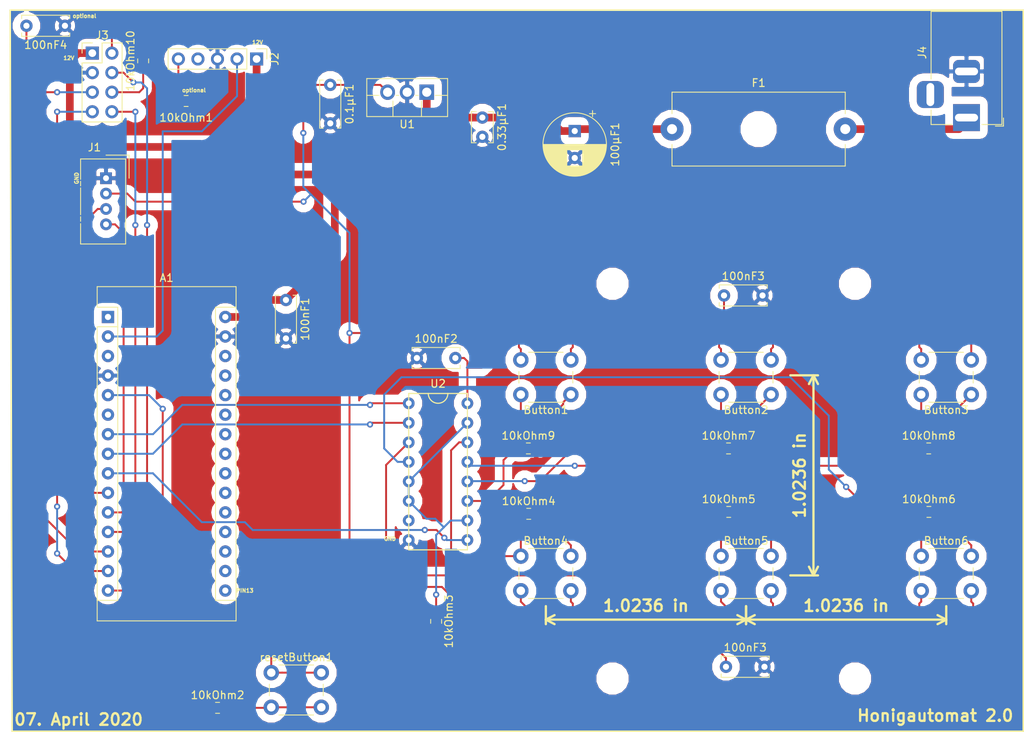
<source format=kicad_pcb>
(kicad_pcb (version 20171130) (host pcbnew "(5.0.2)-1")
  (layers (0 F.Cu signal) (31 B.Cu signal) (34 B.Paste user) (35 F.Paste user) (36 B.SilkS user) (37 F.SilkS user) (38 B.Mask user) (39 F.Mask user) (44 Edge.Cuts user))
  (net 0 "")
  (net 1 GND)
  (net 2 +5V)
  (net 3 +12V)
  (net 4 "Net-(10kOhm1-Pad2)")
  (net 5 "Net-(10kOhm2-Pad2)")
  (net 6 "Net-(10kOhm3-Pad1)")
  (net 7 "Net-(10kOhm4-Pad1)")
  (net 8 "Net-(10kOhm5-Pad1)")
  (net 9 "Net-(10kOhm6-Pad1)")
  (net 10 "Net-(10kOhm7-Pad1)")
  (net 11 "Net-(10kOhm8-Pad1)")
  (net 12 "Net-(10kOhm9-Pad1)")
  (net 13 "Net-(A1-Pad1)")
  (net 14 "Net-(A1-Pad17)")
  (net 15 "Net-(A1-Pad18)")
  (net 16 "Net-(A1-Pad3)")
  (net 17 "Net-(A1-Pad19)")
  (net 18 "Net-(A1-Pad20)")
  (net 19 "Net-(A1-Pad21)")
  (net 20 "Net-(A1-Pad22)")
  (net 21 "Net-(A1-Pad23)")
  (net 22 "Net-(A1-Pad24)")
  (net 23 "Net-(A1-Pad25)")
  (net 24 "Net-(A1-Pad26)")
  (net 25 "Net-(A1-Pad27)")
  (net 26 "Net-(A1-Pad28)")
  (net 27 "Net-(J2-Pad4)")
  (net 28 "Net-(U2-Pad7)")
  (net 29 /12VFused)
  (net 30 /doorRCLK)
  (net 31 "Net-(10kOhm10-Pad1)")
  (net 32 /CoinSerial)
  (net 33 "Net-(A1-Pad6)")
  (net 34 /PISO_SL)
  (net 35 /PISOClock)
  (net 36 /PISOOutput)
  (net 37 /segmentSignal)
  (net 38 /segmentClock)
  (net 39 /doorSER)
  (net 40 /doorSRCLK)
  (net 41 /doorOE)
  (net 42 "Net-(A1-Pad16)")
  (module MountingHole:MountingHole_2.2mm_M2_ISO14580 (layer F.Cu) (at 168.656 120.904)
    (fp_text reference "" (at 0 -2.9) (layer F.SilkS))
    (fp_text value MountingHole_2.2mm_M2_ISO14580)
    (pad 1 np_thru_hole circle (at 0 0) (size 2.2 2.2) (drill 2.2) (layers *.Cu *.Mask))
  )
  (module MountingHole:MountingHole_2.2mm_M2_ISO14580 (layer F.Cu) (at 137.16 120.904)
    (fp_text reference "" (at 0 -2.9) (layer F.SilkS))
    (fp_text value MountingHole_2.2mm_M2_ISO14580)
    (pad 1 np_thru_hole circle (at 0 0) (size 2.2 2.2) (drill 2.2) (layers *.Cu *.Mask))
  )
  (module MountingHole:MountingHole_2.2mm_M2_ISO14580 (layer F.Cu) (at 137.16 69.596)
    (fp_text reference "" (at 0 -2.9) (layer F.SilkS))
    (fp_text value MountingHole_2.2mm_M2_ISO14580)
    (pad "" np_thru_hole circle (at 0 0) (size 2.2 2.2) (drill 2.2) (layers *.Cu *.Mask))
  )
  (module Capacitor_THT:C_Disc_D6.0mm_W2.5mm_P5.00mm (layer F.Cu) (at 151.892 119.38)
    (fp_text reference 100nF3 (at 2.5 -2.5) (layer F.SilkS))
    (fp_text value ButtonC)
    (pad 2 thru_hole circle (at 5 0) (size 1.6 1.6) (drill 0.8) (layers *.Cu *.Mask) (net 1 GND))
    (pad 1 thru_hole circle (at 0 0) (size 1.6 1.6) (drill 0.8) (layers *.Cu *.Mask) (net 2 +5V))
  )
  (module Customs:74HC165 (layer F.Cu) (at 114.5 92.75)
    (fp_text reference U2 (at 0 -10.16) (layer F.SilkS))
    (fp_text value 74HC165)
    (pad 1 thru_hole circle (at -3.81 -7.62) (size 1.524 1.524) (drill 0.762) (layers *.Cu *.Mask) (net 34 /PISO_SL))
    (pad 2 thru_hole circle (at -3.81 -5.08) (size 1.524 1.524) (drill 0.762) (layers *.Cu *.Mask) (net 35 /PISOClock))
    (pad 3 thru_hole circle (at -3.81 -2.54) (size 1.524 1.524) (drill 0.762) (layers *.Cu *.Mask) (net 8 "Net-(10kOhm5-Pad1)"))
    (pad 4 thru_hole circle (at -3.81 0) (size 1.524 1.524) (drill 0.762) (layers *.Cu *.Mask) (net 9 "Net-(10kOhm6-Pad1)"))
    (pad 5 thru_hole circle (at -3.81 2.54) (size 1.524 1.524) (drill 0.762) (layers *.Cu *.Mask) (net 6 "Net-(10kOhm3-Pad1)"))
    (pad 6 thru_hole circle (at -3.81 5.08) (size 1.524 1.524) (drill 0.762) (layers *.Cu *.Mask) (net 6 "Net-(10kOhm3-Pad1)"))
    (pad 7 thru_hole circle (at -3.81 7.62) (size 1.524 1.524) (drill 0.762) (layers *.Cu *.Mask) (net 28 "Net-(U2-Pad7)"))
    (pad 8 thru_hole circle (at -3.81 10.16) (size 1.524 1.524) (drill 0.762) (layers *.Cu *.Mask) (net 1 GND))
    (pad 16 thru_hole circle (at 3.81 -7.62) (size 1.524 1.524) (drill 0.762) (layers *.Cu *.Mask) (net 2 +5V))
    (pad 15 thru_hole circle (at 3.81 -5.08) (size 1.524 1.524) (drill 0.762) (layers *.Cu *.Mask) (net 6 "Net-(10kOhm3-Pad1)"))
    (pad 14 thru_hole circle (at 3.81 -2.54) (size 1.524 1.524) (drill 0.762) (layers *.Cu *.Mask) (net 7 "Net-(10kOhm4-Pad1)"))
    (pad 13 thru_hole circle (at 3.81 0) (size 1.524 1.524) (drill 0.762) (layers *.Cu *.Mask) (net 11 "Net-(10kOhm8-Pad1)"))
    (pad 12 thru_hole circle (at 3.81 2.54) (size 1.524 1.524) (drill 0.762) (layers *.Cu *.Mask) (net 10 "Net-(10kOhm7-Pad1)"))
    (pad 11 thru_hole circle (at 3.81 5.08) (size 1.524 1.524) (drill 0.762) (layers *.Cu *.Mask) (net 12 "Net-(10kOhm9-Pad1)"))
    (pad 10 thru_hole circle (at 3.81 7.62) (size 1.524 1.524) (drill 0.762) (layers *.Cu *.Mask) (net 6 "Net-(10kOhm3-Pad1)"))
    (pad 9 thru_hole circle (at 3.81 10.16) (size 1.524 1.524) (drill 0.762) (layers *.Cu *.Mask) (net 36 /PISOOutput))
  )
  (module Capacitor_THT:C_Disc_D6.0mm_W2.5mm_P5.00mm (layer F.Cu) (at 100.5 43.75 270)
    (fp_text reference 0.1µF1 (at 2.5 -2.5 270) (layer F.SilkS))
    (fp_text value VR3)
    (pad 2 thru_hole circle (at 5 0 270) (size 1.6 1.6) (drill 0.8) (layers *.Cu *.Mask) (net 1 GND))
    (pad 1 thru_hole circle (at 0 0 270) (size 1.6 1.6) (drill 0.8) (layers *.Cu *.Mask) (net 2 +5V))
  )
  (module Capacitor_THT:C_Disc_D3.8mm_W2.6mm_P2.50mm (layer F.Cu) (at 120.25 48 270)
    (fp_text reference 0.33µF1 (at 1.25 -2.55 270) (layer F.SilkS))
    (fp_text value VR2)
    (pad 1 thru_hole circle (at 0 0 270) (size 1.6 1.6) (drill 0.8) (layers *.Cu *.Mask) (net 29 /12VFused))
    (pad 2 thru_hole circle (at 2.5 0 270) (size 1.6 1.6) (drill 0.8) (layers *.Cu *.Mask) (net 1 GND))
  )
  (module Capacitor_THT:C_Disc_D6.0mm_W2.5mm_P5.00mm (layer F.Cu) (at 94.742 71.708 270)
    (fp_text reference 100nF1 (at 2.5 -2.5 270) (layer F.SilkS))
    (fp_text value ArduinoDecouple)
    (pad 1 thru_hole circle (at 0 0 270) (size 1.6 1.6) (drill 0.8) (layers *.Cu *.Mask) (net 29 /12VFused))
    (pad 2 thru_hole circle (at 5 0 270) (size 1.6 1.6) (drill 0.8) (layers *.Cu *.Mask) (net 1 GND))
  )
  (module Capacitor_THT:C_Disc_D6.0mm_W2.5mm_P5.00mm (layer F.Cu) (at 111.75 79.25)
    (fp_text reference 100nF2 (at 2.5 -2.5) (layer F.SilkS))
    (fp_text value ButtonDecouple)
    (pad 1 thru_hole circle (at 0 0) (size 1.6 1.6) (drill 0.8) (layers *.Cu *.Mask) (net 1 GND))
    (pad 2 thru_hole circle (at 5 0) (size 1.6 1.6) (drill 0.8) (layers *.Cu *.Mask) (net 2 +5V))
  )
  (module Capacitor_THT:CP_Radial_D8.0mm_P3.50mm (layer F.Cu) (at 132.25 49.75 270)
    (fp_text reference 100µF1 (at 1.75 -5.25 270) (layer F.SilkS))
    (fp_text value VR1)
    (pad 1 thru_hole rect (at 0 0 270) (size 1.6 1.6) (drill 0.8) (layers *.Cu *.Mask) (net 29 /12VFused))
    (pad 2 thru_hole circle (at 3.5 0 270) (size 1.6 1.6) (drill 0.8) (layers *.Cu *.Mask) (net 1 GND))
  )
  (module Resistor_SMD:R_0805_2012Metric_Pad1.15x1.40mm_HandSolder (layer F.Cu) (at 81.779 45.847 180)
    (fp_text reference 10kOhm1 (at -0.009 -2.159 180) (layer F.SilkS))
    (fp_text value CoinInhibitPullDown)
    (pad 2 smd roundrect (at 1.025 0 180) (size 1.15 1.4) (layers F.Cu F.Paste F.Mask) (roundrect_rratio 0.217391) (net 4 "Net-(10kOhm1-Pad2)"))
    (pad 1 smd roundrect (at -1.025 0 180) (size 1.15 1.4) (layers F.Cu F.Paste F.Mask) (roundrect_rratio 0.217391) (net 1 GND))
  )
  (module Resistor_SMD:R_0805_2012Metric_Pad1.15x1.40mm_HandSolder (layer F.Cu) (at 85.861 124.714)
    (fp_text reference 10kOhm2 (at 0 -1.65) (layer F.SilkS))
    (fp_text value ResetPD)
    (pad 2 smd roundrect (at 1.025 0) (size 1.15 1.4) (layers F.Cu F.Paste F.Mask) (roundrect_rratio 0.217391) (net 5 "Net-(10kOhm2-Pad2)"))
    (pad 1 smd roundrect (at -1.025 0) (size 1.15 1.4) (layers F.Cu F.Paste F.Mask) (roundrect_rratio 0.217391) (net 1 GND))
  )
  (module Resistor_SMD:R_0805_2012Metric_Pad1.15x1.40mm_HandSolder (layer F.Cu) (at 114.25 113.475 270)
    (fp_text reference 10kOhm3 (at 0 -1.65 270) (layer F.SilkS))
    (fp_text value R)
    (pad 1 smd roundrect (at -1.025 0 270) (size 1.15 1.4) (layers F.Cu F.Paste F.Mask) (roundrect_rratio 0.217391) (net 6 "Net-(10kOhm3-Pad1)"))
    (pad 2 smd roundrect (at 1.025 0 270) (size 1.15 1.4) (layers F.Cu F.Paste F.Mask) (roundrect_rratio 0.217391) (net 1 GND))
  )
  (module Resistor_SMD:R_0805_2012Metric_Pad1.15x1.40mm_HandSolder (layer F.Cu) (at 126.275 99.5)
    (fp_text reference 10kOhm4 (at 0 -1.65) (layer F.SilkS))
    (fp_text value ButtonR4)
    (pad 1 smd roundrect (at -1.025 0) (size 1.15 1.4) (layers F.Cu F.Paste F.Mask) (roundrect_rratio 0.217391) (net 7 "Net-(10kOhm4-Pad1)"))
    (pad 2 smd roundrect (at 1.025 0) (size 1.15 1.4) (layers F.Cu F.Paste F.Mask) (roundrect_rratio 0.217391) (net 1 GND))
  )
  (module Resistor_SMD:R_0805_2012Metric_Pad1.15x1.40mm_HandSolder (layer F.Cu) (at 152.25 99.25)
    (fp_text reference 10kOhm5 (at 0 -1.65) (layer F.SilkS))
    (fp_text value ButtonR5)
    (pad 1 smd roundrect (at -1.025 0) (size 1.15 1.4) (layers F.Cu F.Paste F.Mask) (roundrect_rratio 0.217391) (net 8 "Net-(10kOhm5-Pad1)"))
    (pad 2 smd roundrect (at 1.025 0) (size 1.15 1.4) (layers F.Cu F.Paste F.Mask) (roundrect_rratio 0.217391) (net 1 GND))
  )
  (module Resistor_SMD:R_0805_2012Metric_Pad1.15x1.40mm_HandSolder (layer F.Cu) (at 178.25 99.25)
    (fp_text reference 10kOhm6 (at 0 -1.65) (layer F.SilkS))
    (fp_text value ButtonR6)
    (pad 2 smd roundrect (at 1.025 0) (size 1.15 1.4) (layers F.Cu F.Paste F.Mask) (roundrect_rratio 0.217391) (net 1 GND))
    (pad 1 smd roundrect (at -1.025 0) (size 1.15 1.4) (layers F.Cu F.Paste F.Mask) (roundrect_rratio 0.217391) (net 9 "Net-(10kOhm6-Pad1)"))
  )
  (module Resistor_SMD:R_0805_2012Metric_Pad1.15x1.40mm_HandSolder (layer F.Cu) (at 152.225 91)
    (fp_text reference 10kOhm7 (at 0 -1.65) (layer F.SilkS))
    (fp_text value ButtonR2)
    (pad 1 smd roundrect (at -1.025 0) (size 1.15 1.4) (layers F.Cu F.Paste F.Mask) (roundrect_rratio 0.217391) (net 10 "Net-(10kOhm7-Pad1)"))
    (pad 2 smd roundrect (at 1.025 0) (size 1.15 1.4) (layers F.Cu F.Paste F.Mask) (roundrect_rratio 0.217391) (net 1 GND))
  )
  (module Resistor_SMD:R_0805_2012Metric_Pad1.15x1.40mm_HandSolder (layer F.Cu) (at 178.225 91)
    (fp_text reference 10kOhm8 (at 0 -1.65) (layer F.SilkS))
    (fp_text value ButtonR3)
    (pad 2 smd roundrect (at 1.025 0) (size 1.15 1.4) (layers F.Cu F.Paste F.Mask) (roundrect_rratio 0.217391) (net 1 GND))
    (pad 1 smd roundrect (at -1.025 0) (size 1.15 1.4) (layers F.Cu F.Paste F.Mask) (roundrect_rratio 0.217391) (net 11 "Net-(10kOhm8-Pad1)"))
  )
  (module Resistor_SMD:R_0805_2012Metric_Pad1.15x1.40mm_HandSolder (layer F.Cu) (at 126.225 91)
    (fp_text reference 10kOhm9 (at 0 -1.65) (layer F.SilkS))
    (fp_text value ButtonR1)
    (pad 1 smd roundrect (at -1.025 0) (size 1.15 1.4) (layers F.Cu F.Paste F.Mask) (roundrect_rratio 0.217391) (net 12 "Net-(10kOhm9-Pad1)"))
    (pad 2 smd roundrect (at 1.025 0) (size 1.15 1.4) (layers F.Cu F.Paste F.Mask) (roundrect_rratio 0.217391) (net 1 GND))
  )
  (module Module:Arduino_Nano (layer F.Cu) (at 71.628 73.914)
    (fp_text reference A1 (at 7.62 -5.08) (layer F.SilkS))
    (fp_text value Arduino_Nano_v3.x)
    (pad 1 thru_hole rect (at 0 0) (size 1.6 1.6) (drill 0.8) (layers *.Cu *.Mask) (net 13 "Net-(A1-Pad1)"))
    (pad 17 thru_hole oval (at 15.24 33.02) (size 1.6 1.6) (drill 0.8) (layers *.Cu *.Mask) (net 14 "Net-(A1-Pad17)"))
    (pad 2 thru_hole oval (at 0 2.54) (size 1.6 1.6) (drill 0.8) (layers *.Cu *.Mask) (net 32 /CoinSerial))
    (pad 18 thru_hole oval (at 15.24 30.48) (size 1.6 1.6) (drill 0.8) (layers *.Cu *.Mask) (net 15 "Net-(A1-Pad18)"))
    (pad 3 thru_hole oval (at 0 5.08) (size 1.6 1.6) (drill 0.8) (layers *.Cu *.Mask) (net 16 "Net-(A1-Pad3)"))
    (pad 19 thru_hole oval (at 15.24 27.94) (size 1.6 1.6) (drill 0.8) (layers *.Cu *.Mask) (net 17 "Net-(A1-Pad19)"))
    (pad 4 thru_hole oval (at 0 7.62) (size 1.6 1.6) (drill 0.8) (layers *.Cu *.Mask) (net 1 GND))
    (pad 20 thru_hole oval (at 15.24 25.4) (size 1.6 1.6) (drill 0.8) (layers *.Cu *.Mask) (net 18 "Net-(A1-Pad20)"))
    (pad 5 thru_hole oval (at 0 10.16) (size 1.6 1.6) (drill 0.8) (layers *.Cu *.Mask) (net 5 "Net-(10kOhm2-Pad2)"))
    (pad 21 thru_hole oval (at 15.24 22.86) (size 1.6 1.6) (drill 0.8) (layers *.Cu *.Mask) (net 19 "Net-(A1-Pad21)"))
    (pad 6 thru_hole oval (at 0 12.7) (size 1.6 1.6) (drill 0.8) (layers *.Cu *.Mask) (net 33 "Net-(A1-Pad6)"))
    (pad 22 thru_hole oval (at 15.24 20.32) (size 1.6 1.6) (drill 0.8) (layers *.Cu *.Mask) (net 20 "Net-(A1-Pad22)"))
    (pad 7 thru_hole oval (at 0 15.24) (size 1.6 1.6) (drill 0.8) (layers *.Cu *.Mask) (net 34 /PISO_SL))
    (pad 23 thru_hole oval (at 15.24 17.78) (size 1.6 1.6) (drill 0.8) (layers *.Cu *.Mask) (net 21 "Net-(A1-Pad23)"))
    (pad 8 thru_hole oval (at 0 17.78) (size 1.6 1.6) (drill 0.8) (layers *.Cu *.Mask) (net 35 /PISOClock))
    (pad 24 thru_hole oval (at 15.24 15.24) (size 1.6 1.6) (drill 0.8) (layers *.Cu *.Mask) (net 22 "Net-(A1-Pad24)"))
    (pad 9 thru_hole oval (at 0 20.32) (size 1.6 1.6) (drill 0.8) (layers *.Cu *.Mask) (net 36 /PISOOutput))
    (pad 25 thru_hole oval (at 15.24 12.7) (size 1.6 1.6) (drill 0.8) (layers *.Cu *.Mask) (net 23 "Net-(A1-Pad25)"))
    (pad 10 thru_hole oval (at 0 22.86) (size 1.6 1.6) (drill 0.8) (layers *.Cu *.Mask) (net 37 /segmentSignal))
    (pad 26 thru_hole oval (at 15.24 10.16) (size 1.6 1.6) (drill 0.8) (layers *.Cu *.Mask) (net 24 "Net-(A1-Pad26)"))
    (pad 11 thru_hole oval (at 0 25.4) (size 1.6 1.6) (drill 0.8) (layers *.Cu *.Mask) (net 38 /segmentClock))
    (pad 27 thru_hole oval (at 15.24 7.62) (size 1.6 1.6) (drill 0.8) (layers *.Cu *.Mask) (net 25 "Net-(A1-Pad27)"))
    (pad 12 thru_hole oval (at 0 27.94) (size 1.6 1.6) (drill 0.8) (layers *.Cu *.Mask) (net 39 /doorSER))
    (pad 28 thru_hole oval (at 15.24 5.08) (size 1.6 1.6) (drill 0.8) (layers *.Cu *.Mask) (net 26 "Net-(A1-Pad28)"))
    (pad 13 thru_hole oval (at 0 30.48) (size 1.6 1.6) (drill 0.8) (layers *.Cu *.Mask) (net 30 /doorRCLK))
    (pad 29 thru_hole oval (at 15.24 2.54) (size 1.6 1.6) (drill 0.8) (layers *.Cu *.Mask) (net 1 GND))
    (pad 14 thru_hole oval (at 0 33.02) (size 1.6 1.6) (drill 0.8) (layers *.Cu *.Mask) (net 40 /doorSRCLK))
    (pad 30 thru_hole oval (at 15.24 0) (size 1.6 1.6) (drill 0.8) (layers *.Cu *.Mask) (net 29 /12VFused))
    (pad 15 thru_hole oval (at 0 35.56) (size 1.6 1.6) (drill 0.8) (layers *.Cu *.Mask) (net 41 /doorOE))
    (pad 16 thru_hole oval (at 15.24 35.56) (size 1.6 1.6) (drill 0.8) (layers *.Cu *.Mask) (net 42 "Net-(A1-Pad16)"))
  )
  (module Button_Switch_THT:SW_PUSH_6mm_H9.5mm (layer F.Cu) (at 131.75 84 180)
    (fp_text reference Button1 (at 3.25 -2 180) (layer F.SilkS))
    (fp_text value SW_DPST_x2)
    (pad 2 thru_hole circle (at 0 4.5 270) (size 2 2) (drill 1.1) (layers *.Cu *.Mask) (net 2 +5V))
    (pad 1 thru_hole circle (at 0 0 270) (size 2 2) (drill 1.1) (layers *.Cu *.Mask) (net 12 "Net-(10kOhm9-Pad1)"))
    (pad 2 thru_hole circle (at 6.5 4.5 270) (size 2 2) (drill 1.1) (layers *.Cu *.Mask) (net 2 +5V))
    (pad 1 thru_hole circle (at 6.5 0 270) (size 2 2) (drill 1.1) (layers *.Cu *.Mask) (net 12 "Net-(10kOhm9-Pad1)"))
  )
  (module Button_Switch_THT:SW_PUSH_6mm_H9.5mm (layer F.Cu) (at 157.75 84 180)
    (fp_text reference Button2 (at 3.25 -2 180) (layer F.SilkS))
    (fp_text value SW_DPST_x2)
    (pad 1 thru_hole circle (at 6.5 0 270) (size 2 2) (drill 1.1) (layers *.Cu *.Mask) (net 10 "Net-(10kOhm7-Pad1)"))
    (pad 2 thru_hole circle (at 6.5 4.5 270) (size 2 2) (drill 1.1) (layers *.Cu *.Mask) (net 2 +5V))
    (pad 1 thru_hole circle (at 0 0 270) (size 2 2) (drill 1.1) (layers *.Cu *.Mask) (net 10 "Net-(10kOhm7-Pad1)"))
    (pad 2 thru_hole circle (at 0 4.5 270) (size 2 2) (drill 1.1) (layers *.Cu *.Mask) (net 2 +5V))
  )
  (module Button_Switch_THT:SW_PUSH_6mm_H9.5mm (layer F.Cu) (at 183.75 84 180)
    (fp_text reference Button3 (at 3.25 -2 180) (layer F.SilkS))
    (fp_text value SW_DPST_x2)
    (pad 2 thru_hole circle (at 0 4.5 270) (size 2 2) (drill 1.1) (layers *.Cu *.Mask) (net 2 +5V))
    (pad 1 thru_hole circle (at 0 0 270) (size 2 2) (drill 1.1) (layers *.Cu *.Mask) (net 11 "Net-(10kOhm8-Pad1)"))
    (pad 2 thru_hole circle (at 6.5 4.5 270) (size 2 2) (drill 1.1) (layers *.Cu *.Mask) (net 2 +5V))
    (pad 1 thru_hole circle (at 6.5 0 270) (size 2 2) (drill 1.1) (layers *.Cu *.Mask) (net 11 "Net-(10kOhm8-Pad1)"))
  )
  (module Button_Switch_THT:SW_PUSH_6mm_H9.5mm (layer F.Cu) (at 125.25 105)
    (fp_text reference Button4 (at 3.25 -2) (layer F.SilkS))
    (fp_text value SW_DPST_x2)
    (pad 1 thru_hole circle (at 6.5 0 90) (size 2 2) (drill 1.1) (layers *.Cu *.Mask) (net 7 "Net-(10kOhm4-Pad1)"))
    (pad 2 thru_hole circle (at 6.5 4.5 90) (size 2 2) (drill 1.1) (layers *.Cu *.Mask) (net 2 +5V))
    (pad 1 thru_hole circle (at 0 0 90) (size 2 2) (drill 1.1) (layers *.Cu *.Mask) (net 7 "Net-(10kOhm4-Pad1)"))
    (pad 2 thru_hole circle (at 0 4.5 90) (size 2 2) (drill 1.1) (layers *.Cu *.Mask) (net 2 +5V))
  )
  (module Button_Switch_THT:SW_PUSH_6mm_H9.5mm (layer F.Cu) (at 151.25 105)
    (fp_text reference Button5 (at 3.25 -2) (layer F.SilkS))
    (fp_text value SW_DPST_x2)
    (pad 2 thru_hole circle (at 0 4.5 90) (size 2 2) (drill 1.1) (layers *.Cu *.Mask) (net 2 +5V))
    (pad 1 thru_hole circle (at 0 0 90) (size 2 2) (drill 1.1) (layers *.Cu *.Mask) (net 8 "Net-(10kOhm5-Pad1)"))
    (pad 2 thru_hole circle (at 6.5 4.5 90) (size 2 2) (drill 1.1) (layers *.Cu *.Mask) (net 2 +5V))
    (pad 1 thru_hole circle (at 6.5 0 90) (size 2 2) (drill 1.1) (layers *.Cu *.Mask) (net 8 "Net-(10kOhm5-Pad1)"))
  )
  (module Button_Switch_THT:SW_PUSH_6mm_H9.5mm (layer F.Cu) (at 177.25 105)
    (fp_text reference Button6 (at 3.25 -2) (layer F.SilkS))
    (fp_text value SW_DPST_x2)
    (pad 2 thru_hole circle (at 0 4.5 90) (size 2 2) (drill 1.1) (layers *.Cu *.Mask) (net 2 +5V))
    (pad 1 thru_hole circle (at 0 0 90) (size 2 2) (drill 1.1) (layers *.Cu *.Mask) (net 9 "Net-(10kOhm6-Pad1)"))
    (pad 2 thru_hole circle (at 6.5 4.5 90) (size 2 2) (drill 1.1) (layers *.Cu *.Mask) (net 2 +5V))
    (pad 1 thru_hole circle (at 6.5 0 90) (size 2 2) (drill 1.1) (layers *.Cu *.Mask) (net 9 "Net-(10kOhm6-Pad1)"))
  )
  (module Fuse:Fuseholder_Cylinder-5x20mm_Schurter_0031_8201_Horizontal_Open (layer F.Cu) (at 144.886 49.5)
    (fp_text reference F1 (at 11.25 -6) (layer F.SilkS))
    (fp_text value Fuse)
    (pad 1 thru_hole circle (at 0 0) (size 3 3) (drill 1.3) (layers *.Cu *.Mask) (net 29 /12VFused))
    (pad 2 thru_hole circle (at 22.5 0) (size 3 3) (drill 1.3) (layers *.Cu *.Mask) (net 3 +12V))
    (pad "" np_thru_hole circle (at 11.25 0) (size 2.7 2.7) (drill 2.7) (layers *.Cu *.Mask))
  )
  (module Connector:NS-Tech_Grove_1x04_P2mm_Vertical (layer F.Cu) (at 71.374 55.88)
    (fp_text reference J1 (at -1.5 -4) (layer F.SilkS))
    (fp_text value SegmentPins)
    (pad 1 thru_hole rect (at 0 0) (size 1.524 1.524) (drill 0.762) (layers *.Cu *.Mask) (net 1 GND))
    (pad 2 thru_hole circle (at 0 2) (size 1.524 1.524) (drill 0.762) (layers *.Cu *.Mask) (net 2 +5V))
    (pad 3 thru_hole circle (at 0 4) (size 1.524 1.524) (drill 0.762) (layers *.Cu *.Mask) (net 37 /segmentSignal))
    (pad 4 thru_hole circle (at 0 6) (size 1.524 1.524) (drill 0.762) (layers *.Cu *.Mask) (net 38 /segmentClock))
  )
  (module Button_Switch_THT:SW_PUSH_6mm_H9.5mm (layer F.Cu) (at 92.837 120.142)
    (fp_text reference resetButton1 (at 3.25 -2) (layer F.SilkS))
    (fp_text value SW_DPST_x2)
    (pad 1 thru_hole circle (at 6.5 0 90) (size 2 2) (drill 1.1) (layers *.Cu *.Mask) (net 2 +5V))
    (pad 2 thru_hole circle (at 6.5 4.5 90) (size 2 2) (drill 1.1) (layers *.Cu *.Mask) (net 5 "Net-(10kOhm2-Pad2)"))
    (pad 1 thru_hole circle (at 0 0 90) (size 2 2) (drill 1.1) (layers *.Cu *.Mask) (net 2 +5V))
    (pad 2 thru_hole circle (at 0 4.5 90) (size 2 2) (drill 1.1) (layers *.Cu *.Mask) (net 5 "Net-(10kOhm2-Pad2)"))
  )
  (module Capacitor_THT:C_Disc_D6.0mm_W2.5mm_P5.00mm (layer F.Cu) (at 151.638 71.12)
    (fp_text reference 100nF3 (at 2.5 -2.5) (layer F.SilkS))
    (fp_text value ButtonC)
    (pad 1 thru_hole circle (at 0 0) (size 1.6 1.6) (drill 0.8) (layers *.Cu *.Mask) (net 2 +5V))
    (pad 2 thru_hole circle (at 5 0) (size 1.6 1.6) (drill 0.8) (layers *.Cu *.Mask) (net 1 GND))
  )
  (module Capacitor_THT:C_Disc_D6.0mm_W2.5mm_P5.00mm (layer F.Cu) (at 66.04 36.068 180)
    (fp_text reference 100nF4 (at 2.5 -2.5 180) (layer F.SilkS))
    (fp_text value RCLKAntiFlicker)
    (pad 1 thru_hole circle (at 0 0 180) (size 1.6 1.6) (drill 0.8) (layers *.Cu *.Mask) (net 1 GND))
    (pad 2 thru_hole circle (at 5 0 180) (size 1.6 1.6) (drill 0.8) (layers *.Cu *.Mask) (net 30 /doorRCLK))
  )
  (module Resistor_SMD:R_0805_2012Metric_Pad1.15x1.40mm_HandSolder (layer F.Cu) (at 76.2 40.631 90)
    (fp_text reference 10kOhm10 (at 0 -1.65 90) (layer F.SilkS))
    (fp_text value DoorClearPullUp)
    (pad 1 smd roundrect (at -1.025 0 90) (size 1.15 1.4) (layers F.Cu F.Paste F.Mask) (roundrect_rratio 0.217391) (net 31 "Net-(10kOhm10-Pad1)"))
    (pad 2 smd roundrect (at 1.025 0 90) (size 1.15 1.4) (layers F.Cu F.Paste F.Mask) (roundrect_rratio 0.217391) (net 2 +5V))
  )
  (module Connector_PinHeader_2.54mm:PinHeader_2x04_P2.54mm_Vertical (layer F.Cu) (at 69.596 39.624)
    (fp_text reference J3 (at 1.27 -2.33) (layer F.SilkS))
    (fp_text value ConnToDoors)
    (pad 1 thru_hole rect (at 0 0) (size 1.7 1.7) (drill 1) (layers *.Cu *.Mask) (net 29 /12VFused))
    (pad 2 thru_hole oval (at 2.54 0) (size 1.7 1.7) (drill 1) (layers *.Cu *.Mask) (net 2 +5V))
    (pad 3 thru_hole oval (at 0 2.54) (size 1.7 1.7) (drill 1) (layers *.Cu *.Mask) (net 1 GND))
    (pad 4 thru_hole oval (at 2.54 2.54) (size 1.7 1.7) (drill 1) (layers *.Cu *.Mask) (net 41 /doorOE))
    (pad 5 thru_hole oval (at 0 5.08) (size 1.7 1.7) (drill 1) (layers *.Cu *.Mask) (net 30 /doorRCLK))
    (pad 6 thru_hole oval (at 2.54 5.08) (size 1.7 1.7) (drill 1) (layers *.Cu *.Mask) (net 31 "Net-(10kOhm10-Pad1)"))
    (pad 7 thru_hole oval (at 0 7.62) (size 1.7 1.7) (drill 1) (layers *.Cu *.Mask) (net 40 /doorSRCLK))
    (pad 8 thru_hole oval (at 2.54 7.62) (size 1.7 1.7) (drill 1) (layers *.Cu *.Mask) (net 39 /doorSER))
  )
  (module Connector_PinHeader_2.54mm:PinHeader_1x05_P2.54mm_Vertical (layer F.Cu) (at 90.932 40.386 270)
    (fp_text reference J2 (at 0 -2.33 270) (layer F.SilkS))
    (fp_text value CoinPins)
    (pad 1 thru_hole rect (at 0 0 270) (size 1.7 1.7) (drill 1) (layers *.Cu *.Mask) (net 29 /12VFused))
    (pad 2 thru_hole oval (at 0 2.54 270) (size 1.7 1.7) (drill 1) (layers *.Cu *.Mask) (net 32 /CoinSerial))
    (pad 3 thru_hole oval (at 0 5.08 270) (size 1.7 1.7) (drill 1) (layers *.Cu *.Mask) (net 1 GND))
    (pad 4 thru_hole oval (at 0 7.62 270) (size 1.7 1.7) (drill 1) (layers *.Cu *.Mask) (net 27 "Net-(J2-Pad4)"))
    (pad 5 thru_hole oval (at 0 10.16 270) (size 1.7 1.7) (drill 1) (layers *.Cu *.Mask) (net 4 "Net-(10kOhm1-Pad2)"))
  )
  (module Package_TO_SOT_THT:TO-220F-3_Vertical (layer F.Cu) (at 113.03 44.704 180)
    (fp_text reference U1 (at 2.54 -4.1675 180) (layer F.SilkS))
    (fp_text value L7805)
    (pad 1 thru_hole rect (at 0 0 180) (size 1.905 2) (drill 1.2) (layers *.Cu *.Mask) (net 29 /12VFused))
    (pad 2 thru_hole oval (at 2.54 0 180) (size 1.905 2) (drill 1.2) (layers *.Cu *.Mask) (net 1 GND))
    (pad 3 thru_hole oval (at 5.08 0 180) (size 1.905 2) (drill 1.2) (layers *.Cu *.Mask) (net 2 +5V))
  )
  (module MountingHole:MountingHole_2.2mm_M2_ISO14580 (layer F.Cu) (at 168.656 69.596)
    (fp_text reference "" (at 0 -2.9) (layer F.SilkS))
    (fp_text value MountingHole_2.2mm_M2_ISO14580)
    (pad 1 np_thru_hole circle (at 0 0) (size 2.2 2.2) (drill 2.2) (layers *.Cu *.Mask))
  )
  (module Connector_BarrelJack:BarrelJack_Horizontal (layer F.Cu) (at 183.134 48.006 270)
    (fp_text reference J4 (at -8.45 5.75 270) (layer F.SilkS))
    (fp_text value "12V Power")
    (pad 1 thru_hole rect (at 0 0 270) (size 3.5 3.5) (drill oval 1 3) (layers *.Cu *.Mask) (net 3 +12V))
    (pad 2 thru_hole roundrect (at -6 0 270) (size 3 3.5) (drill oval 1 3) (layers *.Cu *.Mask) (net 1 GND))
    (pad 3 thru_hole roundrect (at -3 4.7 270) (size 3.5 3.5) (drill oval 3 1) (layers *.Cu *.Mask))
  )
  (gr_text "07. April 2020" (at 67.818 126.238) (layer F.SilkS) (effects (font (size 1.5 1.5) (thickness 0.3))))
  (gr_text "Honigautomat 2.0" (at 179.07 125.73) (layer F.SilkS) (effects (font (size 1.5 1.5) (thickness 0.3))))
  (gr_text optional (at 68.58 34.798) (layer F.SilkS) (effects (font (size 0.5 0.5) (thickness 0.125))))
  (gr_text optional (at 82.804 44.45) (layer F.SilkS) (effects (font (size 0.5 0.5) (thickness 0.125))))
  (dimension 26 (width 0.3) (layer F.SilkS) (gr_text "26,000 mm" (at 165.355756 94.5 270) (layer F.SilkS) (effects (font (size 1.5 1.5) (thickness 0.3)))) (feature1 (pts (xy 160.255756 107.5) (xy 163.842177 107.5))) (feature2 (pts (xy 160.255756 81.5) (xy 163.842177 81.5))) (crossbar (pts (xy 163.255756 81.5) (xy 163.255756 107.5))) (arrow1a (pts (xy 163.255756 107.5) (xy 162.669335 106.373496))) (arrow1b (pts (xy 163.255756 107.5) (xy 163.842177 106.373496))) (arrow2a (pts (xy 163.255756 81.5) (xy 162.669335 82.626504))) (arrow2b (pts (xy 163.255756 81.5) (xy 163.842177 82.626504))))
  (gr_text GND (at 67.564 55.88 90) (layer F.SilkS) (effects (font (size 0.5 0.5) (thickness 0.125))))
  (gr_text 12V (at 91.059 38.227) (layer F.SilkS) (effects (font (size 0.5 0.5) (thickness 0.125))))
  (gr_text 12V (at 66.548 40.259) (layer F.SilkS) (effects (font (size 0.5 0.5) (thickness 0.125))))
  (gr_text PIN13 (at 89.408 109.474) (layer F.SilkS) (effects (font (size 0.5 0.5) (thickness 0.125))))
  (gr_text GND (at 108.25 102.75) (layer F.SilkS) (effects (font (size 0.5 0.5) (thickness 0.125))))
  (gr_line (start 59.182 127.762) (end 58.928 34.036) (layer F.SilkS) (width 0.2))
  (gr_line (start 190.5 127.762) (end 59.182 127.762) (layer F.SilkS) (width 0.2))
  (gr_line (start 190.5 34.036) (end 190.5 127.762) (layer F.SilkS) (width 0.2))
  (gr_line (start 58.928 34.036) (end 190.5 34.036) (layer F.SilkS) (width 0.2))
  (dimension 26 (width 0.3) (layer F.SilkS) (gr_text "26,000 mm" (at 141.5 115.35) (layer F.SilkS) (effects (font (size 1.5 1.5) (thickness 0.3)))) (feature1 (pts (xy 128.5 111.5) (xy 128.5 113.836421))) (feature2 (pts (xy 154.5 111.5) (xy 154.5 113.836421))) (crossbar (pts (xy 154.5 113.25) (xy 128.5 113.25))) (arrow1a (pts (xy 128.5 113.25) (xy 129.626504 112.663579))) (arrow1b (pts (xy 128.5 113.25) (xy 129.626504 113.836421))) (arrow2a (pts (xy 154.5 113.25) (xy 153.373496 112.663579))) (arrow2b (pts (xy 154.5 113.25) (xy 153.373496 113.836421))))
  (dimension 26 (width 0.3) (layer F.SilkS) (gr_text "26,000 mm" (at 167.5 115.35) (layer F.SilkS) (effects (font (size 1.5 1.5) (thickness 0.3)))) (feature1 (pts (xy 154.5 111.5) (xy 154.5 113.836421))) (feature2 (pts (xy 180.5 111.5) (xy 180.5 113.836421))) (crossbar (pts (xy 180.5 113.25) (xy 154.5 113.25))) (arrow1a (pts (xy 154.5 113.25) (xy 155.626504 112.663579))) (arrow1b (pts (xy 154.5 113.25) (xy 155.626504 113.836421))) (arrow2a (pts (xy 180.5 113.25) (xy 179.373496 112.663579))) (arrow2b (pts (xy 180.5 113.25) (xy 179.373496 113.836421))))
  (via (at 97 50) (size 0.8) (drill 0.4) (layers F.Cu B.Cu) (net 2))
  (segment (start 97 43.75) (end 97 50) (width 0.25) (layer F.Cu) (net 2))
  (segment (start 100.5 43.75) (end 97 43.75) (width 0.25) (layer F.Cu) (net 2))
  (segment (start 97 50) (end 97 57) (width 0.25) (layer B.Cu) (net 2))
  (via (at 103 76) (size 0.8) (drill 0.4) (layers F.Cu B.Cu) (net 2))
  (segment (start 103 63) (end 103 76) (width 0.25) (layer B.Cu) (net 2))
  (segment (start 121 115) (end 115 109) (width 0.25) (layer F.Cu) (net 2))
  (segment (start 125 77.835787) (end 125 76) (width 0.25) (layer F.Cu) (net 2))
  (segment (start 125.25 78.085787) (end 125 77.835787) (width 0.25) (layer F.Cu) (net 2))
  (segment (start 125.25 79.5) (end 125.25 78.085787) (width 0.25) (layer F.Cu) (net 2))
  (segment (start 151 77.835787) (end 151 76) (width 0.25) (layer F.Cu) (net 2))
  (segment (start 151.25 78.085787) (end 151 77.835787) (width 0.25) (layer F.Cu) (net 2))
  (segment (start 151.25 79.5) (end 151.25 78.085787) (width 0.25) (layer F.Cu) (net 2))
  (segment (start 177 77.835787) (end 177 76) (width 0.25) (layer F.Cu) (net 2))
  (segment (start 177.25 78.085787) (end 177 77.835787) (width 0.25) (layer F.Cu) (net 2))
  (segment (start 177.25 79.5) (end 177.25 78.085787) (width 0.25) (layer F.Cu) (net 2))
  (segment (start 177 76) (end 185 76) (width 0.25) (layer F.Cu) (net 2))
  (segment (start 131.75 78.085787) (end 132 77.835787) (width 0.25) (layer F.Cu) (net 2))
  (segment (start 131.75 79.5) (end 131.75 78.085787) (width 0.25) (layer F.Cu) (net 2))
  (segment (start 132 77.835787) (end 132 76) (width 0.25) (layer F.Cu) (net 2))
  (segment (start 125 76) (end 132 76) (width 0.25) (layer F.Cu) (net 2))
  (segment (start 132 76) (end 151 76) (width 0.25) (layer F.Cu) (net 2))
  (segment (start 157.75 78.085787) (end 158 77.835787) (width 0.25) (layer F.Cu) (net 2))
  (segment (start 157.75 79.5) (end 157.75 78.085787) (width 0.25) (layer F.Cu) (net 2))
  (segment (start 158 77.835787) (end 158 76) (width 0.25) (layer F.Cu) (net 2))
  (segment (start 158 76) (end 177 76) (width 0.25) (layer F.Cu) (net 2))
  (segment (start 183.75 79.5) (end 183.75 77.25) (width 0.25) (layer F.Cu) (net 2))
  (segment (start 183.75 77.25) (end 185 76) (width 0.25) (layer F.Cu) (net 2))
  (segment (start 183.75 110.914213) (end 184 111.164213) (width 0.25) (layer F.Cu) (net 2))
  (segment (start 183.75 109.5) (end 183.75 110.914213) (width 0.25) (layer F.Cu) (net 2))
  (segment (start 184 111.164213) (end 184 115) (width 0.25) (layer F.Cu) (net 2))
  (segment (start 177 111.164213) (end 177 115) (width 0.25) (layer F.Cu) (net 2))
  (segment (start 177.25 110.914213) (end 177 111.164213) (width 0.25) (layer F.Cu) (net 2))
  (segment (start 177.25 109.5) (end 177.25 110.914213) (width 0.25) (layer F.Cu) (net 2))
  (segment (start 184 115) (end 177 115) (width 0.25) (layer F.Cu) (net 2))
  (segment (start 158 111.164213) (end 158 115) (width 0.25) (layer F.Cu) (net 2))
  (segment (start 157.75 110.914213) (end 158 111.164213) (width 0.25) (layer F.Cu) (net 2))
  (segment (start 157.75 109.5) (end 157.75 110.914213) (width 0.25) (layer F.Cu) (net 2))
  (segment (start 177 115) (end 158 115) (width 0.25) (layer F.Cu) (net 2))
  (segment (start 152 111.664213) (end 152 115) (width 0.25) (layer F.Cu) (net 2))
  (segment (start 151.25 110.914213) (end 152 111.664213) (width 0.25) (layer F.Cu) (net 2))
  (segment (start 151.25 109.5) (end 151.25 110.914213) (width 0.25) (layer F.Cu) (net 2))
  (segment (start 158 115) (end 152 115) (width 0.25) (layer F.Cu) (net 2))
  (segment (start 132 111.164213) (end 132 115) (width 0.25) (layer F.Cu) (net 2))
  (segment (start 131.75 110.914213) (end 132 111.164213) (width 0.25) (layer F.Cu) (net 2))
  (segment (start 131.75 109.5) (end 131.75 110.914213) (width 0.25) (layer F.Cu) (net 2))
  (segment (start 126 111.664213) (end 126 115) (width 0.25) (layer F.Cu) (net 2))
  (segment (start 125.25 110.914213) (end 126 111.664213) (width 0.25) (layer F.Cu) (net 2))
  (segment (start 125.25 109.5) (end 125.25 110.914213) (width 0.25) (layer F.Cu) (net 2))
  (segment (start 132 115) (end 126 115) (width 0.25) (layer F.Cu) (net 2))
  (segment (start 126 115) (end 121 115) (width 0.25) (layer F.Cu) (net 2))
  (segment (start 106.94 108.94) (end 107 109) (width 0.25) (layer F.Cu) (net 2))
  (segment (start 115 109) (end 107 109) (width 0.25) (layer F.Cu) (net 2))
  (segment (start 103 97) (end 103 76) (width 0.25) (layer F.Cu) (net 2))
  (segment (start 103 107) (end 103 97) (width 0.25) (layer F.Cu) (net 2))
  (segment (start 107 109) (end 105 109) (width 0.25) (layer F.Cu) (net 2))
  (segment (start 118.31 84.05237) (end 118.31 85.13) (width 0.25) (layer F.Cu) (net 2))
  (segment (start 117.88137 79.25) (end 118.31 79.67863) (width 0.25) (layer F.Cu) (net 2))
  (segment (start 116.75 79.25) (end 117.88137 79.25) (width 0.25) (layer F.Cu) (net 2))
  (segment (start 105 109) (end 103.632 107.632) (width 0.25) (layer F.Cu) (net 2))
  (segment (start 103.632 107.632) (end 103 107) (width 0.25) (layer F.Cu) (net 2))
  (segment (start 151.638 71.12) (end 151.638 76) (width 0.25) (layer F.Cu) (net 2))
  (segment (start 151 76) (end 151.638 76) (width 0.25) (layer F.Cu) (net 2))
  (segment (start 151.638 76) (end 158 76) (width 0.25) (layer F.Cu) (net 2))
  (segment (start 150.876 117.23263) (end 150.876 115) (width 0.25) (layer F.Cu) (net 2))
  (segment (start 151.892 118.24863) (end 150.876 117.23263) (width 0.25) (layer F.Cu) (net 2))
  (segment (start 151.892 119.38) (end 151.892 118.24863) (width 0.25) (layer F.Cu) (net 2))
  (segment (start 152 115) (end 150.876 115) (width 0.25) (layer F.Cu) (net 2))
  (segment (start 150.876 115) (end 132 115) (width 0.25) (layer F.Cu) (net 2))
  (segment (start 118.31 80.518) (end 120.142 80.518) (width 0.25) (layer F.Cu) (net 2))
  (segment (start 118.31 80.518) (end 118.31 84.05237) (width 0.25) (layer F.Cu) (net 2))
  (segment (start 118.31 79.67863) (end 118.31 80.518) (width 0.25) (layer F.Cu) (net 2))
  (segment (start 120.65 80.01) (end 120.65 76) (width 0.25) (layer F.Cu) (net 2))
  (segment (start 120.142 80.518) (end 120.65 80.01) (width 0.25) (layer F.Cu) (net 2))
  (segment (start 103 76) (end 120.65 76) (width 0.25) (layer F.Cu) (net 2))
  (segment (start 120.65 76) (end 125 76) (width 0.25) (layer F.Cu) (net 2))
  (segment (start 97 43.75) (end 97 38.58) (width 0.25) (layer F.Cu) (net 2))
  (segment (start 97 38.58) (end 96.012 37.592) (width 0.25) (layer F.Cu) (net 2))
  (segment (start 76.2 39.606) (end 76.2 37.592) (width 0.25) (layer F.Cu) (net 2))
  (segment (start 96.012 37.592) (end 76.2 37.592) (width 0.25) (layer F.Cu) (net 2))
  (segment (start 98.044 58.044) (end 97.912 58.044) (width 0.25) (layer B.Cu) (net 2))
  (segment (start 98.044 58.044) (end 103 63) (width 0.25) (layer B.Cu) (net 2))
  (segment (start 97 57) (end 98.044 58.044) (width 0.25) (layer B.Cu) (net 2))
  (segment (start 97.912 58.044) (end 97.028 58.928) (width 0.25) (layer B.Cu) (net 2))
  (via (at 97.028 58.928) (size 0.8) (drill 0.4) (layers F.Cu B.Cu) (net 2))
  (segment (start 97.028 58.928) (end 75.184 58.928) (width 0.25) (layer F.Cu) (net 2))
  (segment (start 74.136 57.88) (end 71.374 57.88) (width 0.25) (layer F.Cu) (net 2))
  (segment (start 75.184 58.928) (end 74.136 57.88) (width 0.25) (layer F.Cu) (net 2))
  (segment (start 94.251213 120.142) (end 99.337 120.142) (width 0.25) (layer F.Cu) (net 2))
  (segment (start 92.837 120.142) (end 94.251213 120.142) (width 0.25) (layer F.Cu) (net 2))
  (segment (start 92.837 115.951) (end 92.837 120.142) (width 0.25) (layer F.Cu) (net 2))
  (segment (start 94.788 114) (end 92.837 115.951) (width 0.25) (layer F.Cu) (net 2))
  (segment (start 96.914213 114) (end 94.788 114) (width 0.25) (layer F.Cu) (net 2))
  (segment (start 103.632 107.632) (end 103.282213 107.632) (width 0.25) (layer F.Cu) (net 2))
  (segment (start 103.282213 107.632) (end 96.914213 114) (width 0.25) (layer F.Cu) (net 2))
  (segment (start 106.996 43.75) (end 107.95 44.704) (width 0.25) (layer F.Cu) (net 2))
  (segment (start 100.5 43.75) (end 106.996 43.75) (width 0.25) (layer F.Cu) (net 2))
  (segment (start 72.136 37.592) (end 72.136 39.624) (width 0.25) (layer F.Cu) (net 2))
  (segment (start 76.2 37.592) (end 72.136 37.592) (width 0.25) (layer F.Cu) (net 2))
  (segment (start 183.134 48.006) (end 183.134 48.514) (width 1) (layer F.Cu) (net 3))
  (segment (start 182.148 49.5) (end 167.386 49.5) (width 1) (layer F.Cu) (net 3))
  (segment (start 183.134 48.514) (end 182.148 49.5) (width 1) (layer F.Cu) (net 3))
  (segment (start 80.772 45.829) (end 80.754 45.847) (width 0.25) (layer F.Cu) (net 4))
  (segment (start 80.772 40.386) (end 80.772 45.829) (width 0.25) (layer F.Cu) (net 4))
  (segment (start 86.886 124.714) (end 86.886 122.446) (width 0.25) (layer F.Cu) (net 5))
  (via (at 78.74 85.852) (size 0.8) (drill 0.4) (layers F.Cu B.Cu) (net 5))
  (segment (start 86.886 122.446) (end 78.74 114.3) (width 0.25) (layer F.Cu) (net 5))
  (segment (start 78.74 114.3) (end 78.74 85.852) (width 0.25) (layer F.Cu) (net 5))
  (segment (start 76.962 84.074) (end 71.628 84.074) (width 0.25) (layer B.Cu) (net 5))
  (segment (start 78.74 85.852) (end 76.962 84.074) (width 0.25) (layer B.Cu) (net 5))
  (segment (start 92.765 124.714) (end 92.837 124.642) (width 0.25) (layer F.Cu) (net 5))
  (segment (start 86.886 124.714) (end 92.765 124.714) (width 0.25) (layer F.Cu) (net 5))
  (segment (start 92.837 124.642) (end 99.337 124.642) (width 0.25) (layer F.Cu) (net 5))
  (via (at 114.25 110) (size 0.8) (drill 0.4) (layers F.Cu B.Cu) (net 6))
  (segment (start 114.25 110) (end 114.25 112.45) (width 0.25) (layer F.Cu) (net 6))
  (segment (start 118.31 100.37) (end 116.13 100.37) (width 0.25) (layer B.Cu) (net 6))
  (segment (start 114.25 102.25) (end 114.25 110) (width 0.25) (layer B.Cu) (net 6))
  (segment (start 110.69 97.83) (end 113 100.14) (width 0.25) (layer B.Cu) (net 6))
  (segment (start 114.14 100.14) (end 115.25 101.25) (width 0.25) (layer B.Cu) (net 6))
  (segment (start 113 100.14) (end 114.14 100.14) (width 0.25) (layer B.Cu) (net 6))
  (segment (start 116.13 100.37) (end 115.25 101.25) (width 0.25) (layer B.Cu) (net 6))
  (segment (start 115.25 101.25) (end 114.25 102.25) (width 0.25) (layer B.Cu) (net 6))
  (segment (start 118.31 87.67) (end 112.75 93.23) (width 0.25) (layer B.Cu) (net 6))
  (segment (start 112.75 93.23) (end 110.69 95.29) (width 0.25) (layer B.Cu) (net 6))
  (segment (start 110.69 95.29) (end 110.69 97.83) (width 0.25) (layer B.Cu) (net 6))
  (segment (start 131.75 103.585787) (end 130.164213 102) (width 0.25) (layer F.Cu) (net 7))
  (segment (start 131.75 105) (end 131.75 103.585787) (width 0.25) (layer F.Cu) (net 7))
  (segment (start 130.164213 102) (end 125.25 102) (width 0.25) (layer F.Cu) (net 7))
  (segment (start 125.25 105) (end 125.25 102) (width 0.25) (layer F.Cu) (net 7))
  (segment (start 125.25 102) (end 125.25 99.5) (width 0.25) (layer F.Cu) (net 7))
  (segment (start 117.23237 90.21) (end 116.19237 91.25) (width 0.25) (layer F.Cu) (net 7))
  (segment (start 118.31 90.21) (end 117.23237 90.21) (width 0.25) (layer F.Cu) (net 7))
  (segment (start 116.19237 91.25) (end 116.19237 104.19237) (width 0.25) (layer F.Cu) (net 7))
  (segment (start 117 105) (end 125.25 105) (width 0.25) (layer F.Cu) (net 7))
  (segment (start 116.19237 104.19237) (end 117 105) (width 0.25) (layer F.Cu) (net 7))
  (segment (start 151.25 99.275) (end 151.225 99.25) (width 0.25) (layer F.Cu) (net 8))
  (segment (start 157.75 105) (end 157.75 102.75) (width 0.25) (layer F.Cu) (net 8))
  (segment (start 157 102) (end 151.25 102) (width 0.25) (layer F.Cu) (net 8))
  (segment (start 157.75 102.75) (end 157 102) (width 0.25) (layer F.Cu) (net 8))
  (segment (start 151.25 105) (end 151.25 102) (width 0.25) (layer F.Cu) (net 8))
  (segment (start 151.25 102) (end 151.25 99.275) (width 0.25) (layer F.Cu) (net 8))
  (segment (start 150.55 99.25) (end 142.3 107.5) (width 0.25) (layer F.Cu) (net 8))
  (segment (start 151.225 99.25) (end 150.55 99.25) (width 0.25) (layer F.Cu) (net 8))
  (segment (start 142.3 107.5) (end 110 107.5) (width 0.25) (layer F.Cu) (net 8))
  (segment (start 110 107.5) (end 107.75 105.25) (width 0.25) (layer F.Cu) (net 8))
  (segment (start 107.75 93.15) (end 110.69 90.21) (width 0.25) (layer F.Cu) (net 8))
  (segment (start 107.75 105.25) (end 107.75 93.15) (width 0.25) (layer F.Cu) (net 8))
  (segment (start 177.25 99.275) (end 177.225 99.25) (width 0.25) (layer F.Cu) (net 9))
  (segment (start 182.164213 102) (end 177.25 102) (width 0.25) (layer F.Cu) (net 9))
  (segment (start 183.75 103.585787) (end 182.164213 102) (width 0.25) (layer F.Cu) (net 9))
  (segment (start 183.75 105) (end 183.75 103.585787) (width 0.25) (layer F.Cu) (net 9))
  (segment (start 177.25 105) (end 177.25 102) (width 0.25) (layer F.Cu) (net 9))
  (segment (start 177.25 102) (end 177.25 99.275) (width 0.25) (layer F.Cu) (net 9))
  (segment (start 176.55 99.25) (end 174.8 97.5) (width 0.25) (layer F.Cu) (net 9))
  (segment (start 177.225 99.25) (end 176.55 99.25) (width 0.25) (layer F.Cu) (net 9))
  (via (at 167.5 96) (size 0.8) (drill 0.4) (layers F.Cu B.Cu) (net 9))
  (segment (start 174.8 97.5) (end 169 97.5) (width 0.25) (layer F.Cu) (net 9))
  (segment (start 169 97.5) (end 167.5 96) (width 0.25) (layer F.Cu) (net 9))
  (segment (start 109.25 92.75) (end 110.69 92.75) (width 0.25) (layer B.Cu) (net 9))
  (segment (start 107.5 91) (end 109.25 92.75) (width 0.25) (layer B.Cu) (net 9))
  (segment (start 165.25 93.75) (end 165.25 86.75) (width 0.25) (layer B.Cu) (net 9))
  (segment (start 167.5 96) (end 165.25 93.75) (width 0.25) (layer B.Cu) (net 9))
  (segment (start 165.25 86.75) (end 160.25 81.75) (width 0.25) (layer B.Cu) (net 9))
  (segment (start 160.25 81.75) (end 109.75 81.75) (width 0.25) (layer B.Cu) (net 9))
  (segment (start 109.75 81.75) (end 107.5 84) (width 0.25) (layer B.Cu) (net 9))
  (segment (start 107.5 84) (end 107.5 91) (width 0.25) (layer B.Cu) (net 9))
  (segment (start 151.25 90.95) (end 151.2 91) (width 0.25) (layer F.Cu) (net 10))
  (segment (start 157.75 84) (end 154 87.75) (width 0.25) (layer F.Cu) (net 10))
  (segment (start 151.5 87.75) (end 151.25 88) (width 0.25) (layer F.Cu) (net 10))
  (segment (start 154 87.75) (end 151.5 87.75) (width 0.25) (layer F.Cu) (net 10))
  (segment (start 151.25 84) (end 151.25 88) (width 0.25) (layer F.Cu) (net 10))
  (segment (start 151.25 88) (end 151.25 90.95) (width 0.25) (layer F.Cu) (net 10))
  (segment (start 150.525 91) (end 150.275 91.25) (width 0.25) (layer F.Cu) (net 10))
  (segment (start 151.2 91) (end 150.525 91) (width 0.25) (layer F.Cu) (net 10))
  (segment (start 150.275 91.25) (end 131.75 91.25) (width 0.25) (layer F.Cu) (net 10))
  (via (at 125.75 95.25) (size 0.8) (drill 0.4) (layers F.Cu B.Cu) (net 10))
  (segment (start 131.75 91.25) (end 127.75 95.25) (width 0.25) (layer F.Cu) (net 10))
  (segment (start 127.75 95.25) (end 125.75 95.25) (width 0.25) (layer F.Cu) (net 10))
  (segment (start 118.35 95.25) (end 118.31 95.29) (width 0.25) (layer B.Cu) (net 10))
  (segment (start 125.75 95.25) (end 118.35 95.25) (width 0.25) (layer B.Cu) (net 10))
  (segment (start 177.25 90.95) (end 177.2 91) (width 0.25) (layer F.Cu) (net 11))
  (segment (start 183.75 84) (end 181 86.75) (width 0.25) (layer F.Cu) (net 11))
  (segment (start 177.5 86.75) (end 177.25 87) (width 0.25) (layer F.Cu) (net 11))
  (segment (start 181 86.75) (end 177.5 86.75) (width 0.25) (layer F.Cu) (net 11))
  (segment (start 177.25 84) (end 177.25 87) (width 0.25) (layer F.Cu) (net 11))
  (segment (start 177.25 87) (end 177.25 90.95) (width 0.25) (layer F.Cu) (net 11))
  (via (at 132.25 93.25) (size 0.8) (drill 0.4) (layers F.Cu B.Cu) (net 11))
  (segment (start 177.2 91) (end 174.95 93.25) (width 0.25) (layer F.Cu) (net 11))
  (segment (start 174.95 93.25) (end 132.25 93.25) (width 0.25) (layer F.Cu) (net 11))
  (segment (start 118.81 93.25) (end 118.31 92.75) (width 0.25) (layer B.Cu) (net 11))
  (segment (start 132.25 93.25) (end 118.81 93.25) (width 0.25) (layer B.Cu) (net 11))
  (segment (start 125.25 90.95) (end 125.2 91) (width 0.25) (layer F.Cu) (net 12))
  (segment (start 130.750001 84.999999) (end 130.750001 85.249999) (width 0.25) (layer F.Cu) (net 12))
  (segment (start 131.75 84) (end 130.750001 84.999999) (width 0.25) (layer F.Cu) (net 12))
  (segment (start 128 88) (end 125.25 88) (width 0.25) (layer F.Cu) (net 12))
  (segment (start 130.750001 85.249999) (end 128 88) (width 0.25) (layer F.Cu) (net 12))
  (segment (start 125.25 84) (end 125.25 88) (width 0.25) (layer F.Cu) (net 12))
  (segment (start 125.25 88) (end 125.25 90.95) (width 0.25) (layer F.Cu) (net 12))
  (segment (start 120.92 97.83) (end 118.31 97.83) (width 0.25) (layer F.Cu) (net 12))
  (segment (start 123 95.75) (end 120.92 97.83) (width 0.25) (layer F.Cu) (net 12))
  (segment (start 123 92.525) (end 123 95.75) (width 0.25) (layer F.Cu) (net 12))
  (segment (start 125.2 91) (end 124.525 91) (width 0.25) (layer F.Cu) (net 12))
  (segment (start 124.525 91) (end 123 92.525) (width 0.25) (layer F.Cu) (net 12))
  (segment (start 132.5 49.5) (end 132.25 49.75) (width 1) (layer F.Cu) (net 29))
  (segment (start 141.25 49.5) (end 132.5 49.5) (width 1) (layer F.Cu) (net 29))
  (segment (start 132.25 49.75) (end 130.45 49.75) (width 1) (layer F.Cu) (net 29))
  (segment (start 128.7 48) (end 130.45 49.75) (width 1) (layer F.Cu) (net 29))
  (segment (start 120.25 48) (end 128.7 48) (width 1) (layer F.Cu) (net 29))
  (segment (start 120.25 48) (end 119 48) (width 1) (layer F.Cu) (net 29))
  (segment (start 91.722 55.4) (end 90.932 54.61) (width 1) (layer F.Cu) (net 29))
  (segment (start 90.932 54.61) (end 90.932 51.816) (width 1) (layer F.Cu) (net 29))
  (segment (start 90.932 51.816) (end 90.932 40.386) (width 1) (layer F.Cu) (net 29))
  (segment (start 141.25 49.5) (end 144.886 49.5) (width 1) (layer F.Cu) (net 29))
  (segment (start 101.092 55.4) (end 91.722 55.4) (width 1) (layer F.Cu) (net 29))
  (segment (start 101.092 65.358) (end 94.742 71.708) (width 1) (layer F.Cu) (net 29))
  (segment (start 101.092 55.4) (end 101.092 65.358) (width 1) (layer F.Cu) (net 29))
  (segment (start 91.36 71.708) (end 94.742 71.708) (width 1) (layer F.Cu) (net 29))
  (segment (start 86.868 73.914) (end 89.154 73.914) (width 1) (layer F.Cu) (net 29))
  (segment (start 89.154 73.914) (end 91.36 71.708) (width 1) (layer F.Cu) (net 29))
  (segment (start 110 52) (end 113.03 48.97) (width 1) (layer F.Cu) (net 29))
  (segment (start 106 52) (end 110 52) (width 1) (layer F.Cu) (net 29))
  (segment (start 101.092 55.4) (end 102.6 55.4) (width 1) (layer F.Cu) (net 29))
  (segment (start 102.6 55.4) (end 106 52) (width 1) (layer F.Cu) (net 29))
  (segment (start 118.994 48.006) (end 119 48) (width 1) (layer F.Cu) (net 29))
  (segment (start 113.03 48.006) (end 118.994 48.006) (width 1) (layer F.Cu) (net 29))
  (segment (start 113.03 48.006) (end 113.03 44.704) (width 1) (layer F.Cu) (net 29))
  (segment (start 113.03 48.97) (end 113.03 48.006) (width 1) (layer F.Cu) (net 29))
  (segment (start 68.453 51.816) (end 90.932 51.816) (width 1) (layer F.Cu) (net 29))
  (segment (start 66.675 50.038) (end 68.453 51.816) (width 1) (layer F.Cu) (net 29))
  (segment (start 66.675 40.695) (end 66.675 50.038) (width 1) (layer F.Cu) (net 29))
  (segment (start 67.746 39.624) (end 66.675 40.695) (width 1) (layer F.Cu) (net 29))
  (segment (start 69.596 39.624) (end 67.746 39.624) (width 1) (layer F.Cu) (net 29))
  (segment (start 67.818 104.394) (end 71.628 104.394) (width 0.25) (layer F.Cu) (net 30))
  (segment (start 64.516 101.092) (end 67.818 104.394) (width 0.25) (layer F.Cu) (net 30))
  (segment (start 63.5 45.72) (end 63.5 100.076) (width 0.25) (layer F.Cu) (net 30))
  (segment (start 63.5 100.076) (end 64.516 101.092) (width 0.25) (layer F.Cu) (net 30))
  (segment (start 61.04 36.068) (end 61.04 38.688) (width 0.25) (layer F.Cu) (net 30))
  (segment (start 61.04 38.688) (end 63.5 41.148) (width 0.25) (layer F.Cu) (net 30))
  (via (at 65.024 44.704) (size 0.8) (drill 0.4) (layers F.Cu B.Cu) (net 30))
  (segment (start 69.596 44.704) (end 65.024 44.704) (width 0.25) (layer B.Cu) (net 30))
  (segment (start 65.024 44.704) (end 63.5 44.704) (width 0.25) (layer F.Cu) (net 30))
  (segment (start 63.5 41.148) (end 63.5 44.704) (width 0.25) (layer F.Cu) (net 30))
  (segment (start 63.5 44.704) (end 63.5 45.72) (width 0.25) (layer F.Cu) (net 30))
  (segment (start 76.2 41.656) (end 76.2 44.196) (width 0.25) (layer F.Cu) (net 31))
  (segment (start 75.692 44.704) (end 72.136 44.704) (width 0.25) (layer F.Cu) (net 31))
  (segment (start 76.2 44.196) (end 75.692 44.704) (width 0.25) (layer F.Cu) (net 31))
  (segment (start 77.978 76.454) (end 71.628 76.454) (width 0.25) (layer B.Cu) (net 32))
  (segment (start 78.74 75.692) (end 77.978 76.454) (width 0.25) (layer B.Cu) (net 32))
  (segment (start 78.74 49.784) (end 78.74 75.692) (width 0.25) (layer B.Cu) (net 32))
  (segment (start 83.82 49.784) (end 78.74 49.784) (width 0.25) (layer B.Cu) (net 32))
  (segment (start 88.392 40.386) (end 88.392 45.212) (width 0.25) (layer B.Cu) (net 32))
  (segment (start 88.392 45.212) (end 83.82 49.784) (width 0.25) (layer B.Cu) (net 32))
  (via (at 105.664 85.344) (size 0.8) (drill 0.4) (layers F.Cu B.Cu) (net 34))
  (segment (start 110.69 85.13) (end 105.878 85.13) (width 0.25) (layer F.Cu) (net 34))
  (segment (start 105.878 85.13) (end 105.664 85.344) (width 0.25) (layer F.Cu) (net 34))
  (segment (start 105.664 85.344) (end 81.28 85.344) (width 0.25) (layer B.Cu) (net 34))
  (segment (start 77.47 89.154) (end 71.628 89.154) (width 0.25) (layer B.Cu) (net 34))
  (segment (start 81.28 85.344) (end 77.47 89.154) (width 0.25) (layer B.Cu) (net 34))
  (via (at 105.664 87.884) (size 0.8) (drill 0.4) (layers F.Cu B.Cu) (net 35))
  (segment (start 110.69 87.67) (end 105.878 87.67) (width 0.25) (layer F.Cu) (net 35))
  (segment (start 105.878 87.67) (end 105.664 87.884) (width 0.25) (layer F.Cu) (net 35))
  (segment (start 77.47 91.694) (end 71.628 91.694) (width 0.25) (layer B.Cu) (net 35))
  (segment (start 105.664 87.884) (end 81.28 87.884) (width 0.25) (layer B.Cu) (net 35))
  (segment (start 81.28 87.884) (end 77.47 91.694) (width 0.25) (layer B.Cu) (net 35))
  (via (at 115.316 102.616) (size 0.8) (drill 0.4) (layers F.Cu B.Cu) (net 36))
  (segment (start 118.31 102.91) (end 115.61 102.91) (width 0.25) (layer B.Cu) (net 36))
  (segment (start 115.61 102.91) (end 115.316 102.616) (width 0.25) (layer B.Cu) (net 36))
  (segment (start 115.316 102.616) (end 114.3 101.6) (width 0.25) (layer F.Cu) (net 36))
  (via (at 112.776 101.6) (size 0.8) (drill 0.4) (layers F.Cu B.Cu) (net 36))
  (segment (start 114.3 101.6) (end 112.776 101.6) (width 0.25) (layer F.Cu) (net 36))
  (segment (start 77.47 94.234) (end 71.628 94.234) (width 0.25) (layer B.Cu) (net 36))
  (segment (start 83.82 100.584) (end 77.47 94.234) (width 0.25) (layer B.Cu) (net 36))
  (segment (start 89.408 100.584) (end 83.82 100.584) (width 0.25) (layer B.Cu) (net 36))
  (segment (start 112.776 101.6) (end 90.424 101.6) (width 0.25) (layer B.Cu) (net 36))
  (segment (start 90.424 101.6) (end 89.408 100.584) (width 0.25) (layer B.Cu) (net 36))
  (segment (start 70.29637 59.88) (end 68.58 61.59637) (width 0.25) (layer F.Cu) (net 37))
  (segment (start 71.374 59.88) (end 70.29637 59.88) (width 0.25) (layer F.Cu) (net 37))
  (segment (start 68.58 61.59637) (end 68.58 95.504) (width 0.25) (layer F.Cu) (net 37))
  (segment (start 71.628 96.774) (end 69.85 96.774) (width 0.25) (layer F.Cu) (net 37))
  (segment (start 69.85 96.774) (end 68.58 95.504) (width 0.25) (layer F.Cu) (net 37))
  (segment (start 71.628 99.314) (end 73.406 99.314) (width 0.25) (layer F.Cu) (net 38))
  (segment (start 73.406 99.314) (end 73.66 99.06) (width 0.25) (layer F.Cu) (net 38))
  (segment (start 73.66 99.06) (end 73.66 62.992) (width 0.25) (layer F.Cu) (net 38))
  (segment (start 72.548 61.88) (end 71.374 61.88) (width 0.25) (layer F.Cu) (net 38))
  (segment (start 73.66 62.992) (end 72.548 61.88) (width 0.25) (layer F.Cu) (net 38))
  (via (at 75.184 61.976) (size 0.8) (drill 0.4) (layers F.Cu B.Cu) (net 39))
  (segment (start 75.184 49.276) (end 75.184 61.976) (width 0.25) (layer B.Cu) (net 39))
  (segment (start 75.184 61.976) (end 75.184 101.092) (width 0.25) (layer F.Cu) (net 39))
  (segment (start 74.422 101.854) (end 71.628 101.854) (width 0.25) (layer F.Cu) (net 39))
  (segment (start 75.184 101.092) (end 74.422 101.854) (width 0.25) (layer F.Cu) (net 39))
  (via (at 75.184 47.244) (size 0.8) (drill 0.4) (layers F.Cu B.Cu) (net 39))
  (segment (start 72.136 47.244) (end 75.184 47.244) (width 0.25) (layer F.Cu) (net 39))
  (segment (start 75.184 47.244) (end 75.184 49.276) (width 0.25) (layer B.Cu) (net 39))
  (via (at 65.024 98.552) (size 0.8) (drill 0.4) (layers F.Cu B.Cu) (net 40))
  (via (at 65.024 104.648) (size 0.8) (drill 0.4) (layers F.Cu B.Cu) (net 40))
  (segment (start 65.024 98.552) (end 65.024 104.648) (width 0.25) (layer B.Cu) (net 40))
  (segment (start 67.31 106.934) (end 71.628 106.934) (width 0.25) (layer F.Cu) (net 40))
  (segment (start 65.024 104.648) (end 67.31 106.934) (width 0.25) (layer F.Cu) (net 40))
  (via (at 65.024 47.244) (size 0.8) (drill 0.4) (layers F.Cu B.Cu) (net 40))
  (segment (start 69.596 47.244) (end 65.024 47.244) (width 0.25) (layer B.Cu) (net 40))
  (segment (start 65.024 49.55374) (end 65.024 98.552) (width 0.25) (layer F.Cu) (net 40))
  (segment (start 65.024 47.244) (end 65.024 49.55374) (width 0.25) (layer F.Cu) (net 40))
  (via (at 76.708 61.976) (size 0.8) (drill 0.4) (layers F.Cu B.Cu) (net 41))
  (segment (start 74.93 109.474) (end 71.628 109.474) (width 0.25) (layer F.Cu) (net 41))
  (segment (start 75.438 109.474) (end 74.93 109.474) (width 0.25) (layer F.Cu) (net 41))
  (segment (start 76.708 61.976) (end 76.708 108.204) (width 0.25) (layer F.Cu) (net 41))
  (segment (start 76.708 108.204) (end 75.438 109.474) (width 0.25) (layer F.Cu) (net 41))
  (via (at 74.93 43.434) (size 0.8) (drill 0.4) (layers F.Cu B.Cu) (net 41))
  (segment (start 72.136 42.164) (end 73.66 42.164) (width 0.25) (layer F.Cu) (net 41))
  (segment (start 73.66 42.164) (end 74.93 43.434) (width 0.25) (layer F.Cu) (net 41))
  (segment (start 76.708 44.196) (end 76.708 61.976) (width 0.25) (layer B.Cu) (net 41))
  (segment (start 74.93 43.434) (end 75.946 43.434) (width 0.25) (layer B.Cu) (net 41))
  (segment (start 75.946 43.434) (end 76.708 44.196) (width 0.25) (layer B.Cu) (net 41))
  (zone (net 1) (net_name GND) (layer F.Cu) (connect_pads (clearance 1)) (min_thickness 0.254) (fill yes (arc_segments 16) (thermal_gap 0.508) (thermal_bridge_width 0.508))
    (polygon (pts (xy 58.928 34.036) (xy 59.182 127.762) (xy 190.5 127.762) (xy 190.5 34.036)))
  )
  (zone (net 1) (net_name GND) (layer B.Cu) (connect_pads (clearance 1)) (min_thickness 0.254) (fill yes (arc_segments 16) (thermal_gap 0.508) (thermal_bridge_width 0.508))
    (polygon (pts (xy 190.5 34.036) (xy 190.5 127.762) (xy 59.182 127.762) (xy 58.928 34.036)))
  )
)
</source>
